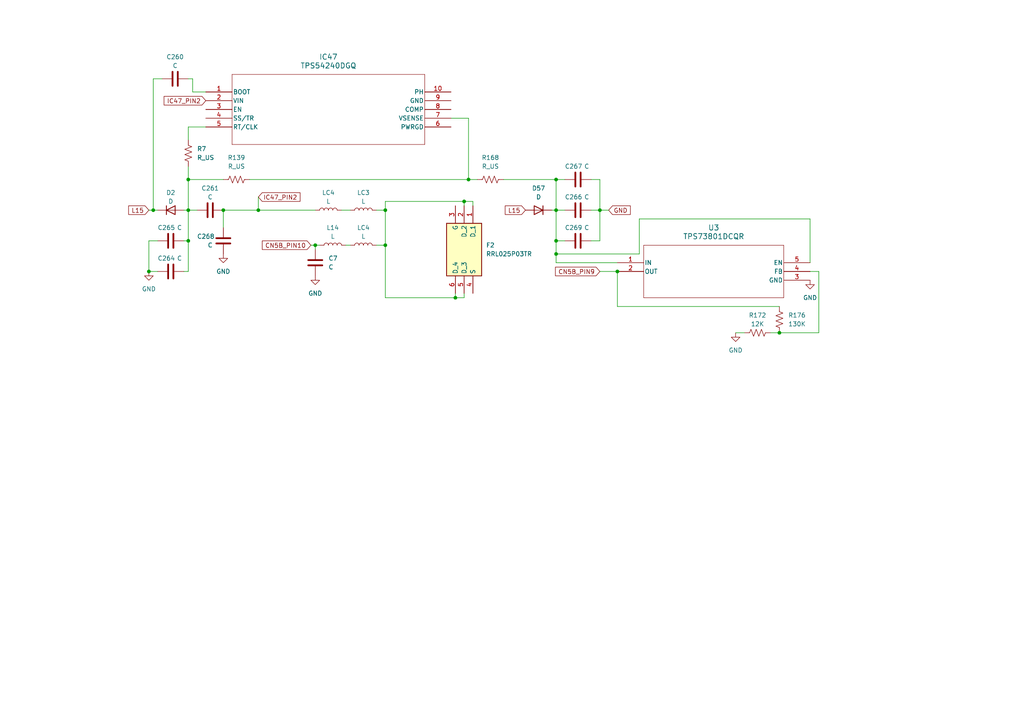
<source format=kicad_sch>
(kicad_sch (version 20230121) (generator eeschema)
  (paper "A4")
  (title_block (title "Power Supply"))
  (lib_symbols
    (symbol "Device:C" (pin_numbers hide) (pin_names (offset 0.254))
      (property "Reference" "C" (at 0.635 2.54 0))
      (property "Value" "C" (at 0.635 -2.54 0))
      (symbol "C_0_1"
        (polyline (pts (xy -2.032 -0.762) (xy 2.032 -0.762)) (stroke (width 0.508)))
        (polyline (pts (xy -2.032 0.762) (xy 2.032 0.762)) (stroke (width 0.508)))
      )
      (symbol "C_1_1"
        (pin passive line (at 0 3.81 270) (length 2.794) (name "~") (number "1"))
        (pin passive line (at 0 -3.81 90) (length 2.794) (name "~") (number "2"))
      )
    )
    (symbol "Device:D" (pin_numbers hide) (pin_names (offset 1.016) hide)
      (property "Reference" "D" (at 0 2.54 0))
      (property "Value" "D" (at 0 -2.54 0))
      (symbol "D_0_1"
        (polyline (pts (xy -1.27 1.27) (xy -1.27 -1.27)) (stroke (width 0.254)))
        (polyline (pts (xy 1.27 0) (xy -1.27 0)))
        (polyline (pts (xy 1.27 1.27) (xy 1.27 -1.27) (xy -1.27 0) (xy 1.27 1.27)) (stroke (width 0.254)))
      )
      (symbol "D_1_1"
        (pin passive line (at -3.81 0 0) (length 2.54) (name "K") (number "1"))
        (pin passive line (at 3.81 0 180) (length 2.54) (name "A") (number "2"))
      )
    )
    (symbol "Device:L" (pin_numbers hide) (pin_names (offset 1.016) hide)
      (property "Reference" "L" (at -1.27 0 90))
      (property "Value" "L" (at 1.905 0 90))
      (symbol "L_0_1"
        (arc (start 0 -2.54) (mid 0.6323 -1.905) (end 0 -1.27))
        (arc (start 0 -1.27) (mid 0.6323 -0.635) (end 0 0))
        (arc (start 0 0) (mid 0.6323 0.635) (end 0 1.27))
        (arc (start 0 1.27) (mid 0.6323 1.905) (end 0 2.54))
      )
      (symbol "L_1_1"
        (pin passive line (at 0 3.81 270) (length 1.27) (name "1") (number "1"))
        (pin passive line (at 0 -3.81 90) (length 1.27) (name "2") (number "2"))
      )
    )
    (symbol "Device:R_US" (pin_numbers hide) (pin_names (offset 0))
      (property "Reference" "R" (at 2.54 0 90))
      (property "Value" "R_US" (at -2.54 0 90))
      (symbol "R_US_0_1"
        (polyline (pts (xy 0 -2.286) (xy 0 -2.54)))
        (polyline (pts (xy 0 2.286) (xy 0 2.54)))
        (polyline (pts (xy 0 -0.762) (xy 1.016 -1.143) (xy 0 -1.524) (xy -1.016 -1.905) (xy 0 -2.286)))
        (polyline (pts (xy 0 0.762) (xy 1.016 0.381) (xy 0 0) (xy -1.016 -0.381) (xy 0 -0.762)))
        (polyline (pts (xy 0 2.286) (xy 1.016 1.905) (xy 0 1.524) (xy -1.016 1.143) (xy 0 0.762)))
      )
      (symbol "R_US_1_1"
        (pin passive line (at 0 3.81 270) (length 1.27) (name "~") (number "1"))
        (pin passive line (at 0 -3.81 90) (length 1.27) (name "~") (number "2"))
      )
    )
    (symbol "korg_ms20_mini:RRL025P03TR"
      (property "Reference" "Q" (at 21.59 7.62 0))
      (property "Value" "RRL025P03TR" (at 21.59 5.08 0))
      (symbol "RRL025P03TR_1_1"
        (rectangle (start 5.08 2.54) (end 20.32 -7.62) (stroke (width 0.254)) (fill (type background)))
        (pin passive line (at 0 0 0) (length 5.08) (name "D_1") (number "1"))
        (pin passive line (at 0 -2.54 0) (length 5.08) (name "D_2") (number "2"))
        (pin passive line (at 0 -5.08 0) (length 5.08) (name "G") (number "3"))
        (pin passive line (at 25.4 0 180) (length 5.08) (name "S") (number "4"))
        (pin passive line (at 25.4 -2.54 180) (length 5.08) (name "D_3") (number "5"))
        (pin passive line (at 25.4 -5.08 180) (length 5.08) (name "D_4") (number "6"))
      )
    )
    (symbol "korg_ms20_mini:TPS54240DGQ" (pin_names (offset 0.254))
      (property "Reference" "U" (at 35.56 10.16 0))
      (property "Value" "TPS54240DGQ" (at 35.56 7.62 0))
      (symbol "TPS54240DGQ_0_1"
        (polyline (pts (xy 7.62 -15.24) (xy 63.5 -15.24)) (stroke (width 0.127)))
        (polyline (pts (xy 7.62 5.08) (xy 7.62 -15.24)) (stroke (width 0.127)))
        (polyline (pts (xy 63.5 -15.24) (xy 63.5 5.08)) (stroke (width 0.127)))
        (polyline (pts (xy 63.5 5.08) (xy 7.62 5.08)) (stroke (width 0.127)))
        (pin output line (at 0 0 0) (length 7.62) (name "BOOT") (number "1"))
        (pin input line (at 71.12 0 180) (length 7.62) (name "PH") (number "10"))
        (pin input line (at 0 -2.54 0) (length 7.62) (name "VIN") (number "2"))
        (pin input line (at 0 -5.08 0) (length 7.62) (name "EN") (number "3"))
        (pin input line (at 0 -7.62 0) (length 7.62) (name "SS/TR") (number "4"))
        (pin input line (at 0 -10.16 0) (length 7.62) (name "RT/CLK") (number "5"))
        (pin output line (at 71.12 -10.16 180) (length 7.62) (name "PWRGD") (number "6"))
        (pin input line (at 71.12 -7.62 180) (length 7.62) (name "VSENSE") (number "7"))
        (pin output line (at 71.12 -5.08 180) (length 7.62) (name "COMP") (number "8"))
        (pin power_in line (at 71.12 -2.54 180) (length 7.62) (name "GND") (number "9"))
      )
    )
    (symbol "korg_ms20_mini:TPS73801DCQR" (pin_names (offset 0.254))
      (property "Reference" "U" (at 27.94 10.16 0))
      (property "Value" "TPS73801DCQR" (at 27.94 7.62 0))
      (symbol "TPS73801DCQR_0_1"
        (polyline (pts (xy 7.62 -10.16) (xy 48.26 -10.16)) (stroke (width 0.127)))
        (polyline (pts (xy 7.62 5.08) (xy 7.62 -10.16)) (stroke (width 0.127)))
        (polyline (pts (xy 48.26 -10.16) (xy 48.26 5.08)) (stroke (width 0.127)))
        (polyline (pts (xy 48.26 5.08) (xy 7.62 5.08)) (stroke (width 0.127)))
        (pin input line (at 0 0 0) (length 7.62) (name "IN") (number "1"))
        (pin output line (at 0 -2.54 0) (length 7.62) (name "OUT") (number "2"))
        (pin power_in line (at 55.88 -5.08 180) (length 7.62) (name "GND") (number "3"))
        (pin unspecified line (at 55.88 -2.54 180) (length 7.62) (name "FB") (number "4"))
        (pin unspecified line (at 55.88 0 180) (length 7.62) (name "EN") (number "5"))
      )
    )
    (symbol "power:GND" (power) (pin_names (offset 0))
      (property "Value" "GND" (at 0 -3.81 0))
      (symbol "GND_0_1"
        (polyline (pts (xy 0 0) (xy 0 -1.27) (xy 1.27 -1.27) (xy 0 -2.54) (xy -1.27 -1.27) (xy 0 -1.27)))
      )
      (symbol "GND_1_1"
        (pin power_in line (at 0 0 270) (length 0) hide (name "GND") (number "1"))
      )
    )
  )
  (junction (at 226.06 96.52))
  (junction (at 91.44 71.12))
  (junction (at 54.61 60.96))
  (junction (at 43.18 78.74))
  (junction (at 54.61 52.07))
  (junction (at 161.29 60.96))
  (junction (at 161.29 52.07))
  (junction (at 74.93 60.96))
  (junction (at 111.76 60.96))
  (junction (at 64.77 60.96))
  (junction (at 54.61 69.85))
  (junction (at 132.08 86.36))
  (junction (at 134.62 58.42))
  (junction (at 44.45 60.96))
  (junction (at 173.99 60.96))
  (junction (at 161.29 69.85))
  (junction (at 161.29 73.66))
  (junction (at 111.76 71.12))
  (junction (at 135.89 52.07))
  (junction (at 179.07 78.74))
  (wire (pts (xy 111.76 71.12) (xy 111.76 86.36)))
  (wire (pts (xy 237.49 78.74) (xy 234.95 78.74)))
  (wire (pts (xy 185.42 63.5) (xy 185.42 73.66)))
  (wire (pts (xy 55.88 26.67) (xy 59.69 26.67)))
  (wire (pts (xy 137.16 58.42) (xy 137.16 59.69)))
  (wire (pts (xy 54.61 36.83) (xy 59.69 36.83)))
  (wire (pts (xy 54.61 78.74) (xy 53.34 78.74)))
  (wire (pts (xy 161.29 76.2) (xy 179.07 76.2)))
  (wire (pts (xy 111.76 60.96) (xy 111.76 58.42)))
  (wire (pts (xy 54.61 48.26) (xy 54.61 52.07)))
  (wire (pts (xy 173.99 60.96) (xy 176.53 60.96)))
  (wire (pts (xy 54.61 60.96) (xy 54.61 69.85)))
  (wire (pts (xy 109.22 60.96) (xy 111.76 60.96)))
  (wire (pts (xy 54.61 40.64) (xy 54.61 36.83)))
  (wire (pts (xy 132.08 85.09) (xy 132.08 86.36)))
  (wire (pts (xy 161.29 69.85) (xy 161.29 73.66)))
  (wire (pts (xy 173.99 60.96) (xy 171.45 60.96)))
  (wire (pts (xy 111.76 86.36) (xy 132.08 86.36)))
  (wire (pts (xy 100.33 71.12) (xy 101.6 71.12)))
  (wire (pts (xy 91.44 71.12) (xy 92.71 71.12)))
  (wire (pts (xy 161.29 60.96) (xy 161.29 52.07)))
  (wire (pts (xy 161.29 73.66) (xy 161.29 76.2)))
  (wire (pts (xy 55.88 22.86) (xy 55.88 26.67)))
  (wire (pts (xy 161.29 52.07) (xy 163.83 52.07)))
  (wire (pts (xy 72.39 52.07) (xy 135.89 52.07)))
  (wire (pts (xy 54.61 52.07) (xy 54.61 60.96)))
  (wire (pts (xy 44.45 22.86) (xy 44.45 60.96)))
  (wire (pts (xy 173.99 52.07) (xy 173.99 60.96)))
  (wire (pts (xy 135.89 34.29) (xy 130.81 34.29)))
  (wire (pts (xy 134.62 86.36) (xy 134.62 85.09)))
  (wire (pts (xy 173.99 78.74) (xy 179.07 78.74)))
  (wire (pts (xy 160.02 60.96) (xy 161.29 60.96)))
  (wire (pts (xy 64.77 60.96) (xy 74.93 60.96)))
  (wire (pts (xy 171.45 69.85) (xy 173.99 69.85)))
  (wire (pts (xy 161.29 60.96) (xy 163.83 60.96)))
  (wire (pts (xy 99.06 60.96) (xy 101.6 60.96)))
  (wire (pts (xy 54.61 52.07) (xy 64.77 52.07)))
  (wire (pts (xy 91.44 71.12) (xy 91.44 72.39)))
  (wire (pts (xy 134.62 58.42) (xy 134.62 59.69)))
  (wire (pts (xy 226.06 96.52) (xy 237.49 96.52)))
  (wire (pts (xy 173.99 60.96) (xy 173.99 69.85)))
  (wire (pts (xy 54.61 69.85) (xy 54.61 78.74)))
  (wire (pts (xy 237.49 78.74) (xy 237.49 96.52)))
  (wire (pts (xy 111.76 58.42) (xy 134.62 58.42)))
  (wire (pts (xy 111.76 60.96) (xy 111.76 71.12)))
  (wire (pts (xy 146.05 52.07) (xy 161.29 52.07)))
  (wire (pts (xy 53.34 69.85) (xy 54.61 69.85)))
  (wire (pts (xy 44.45 60.96) (xy 45.72 60.96)))
  (wire (pts (xy 54.61 60.96) (xy 53.34 60.96)))
  (wire (pts (xy 132.08 86.36) (xy 134.62 86.36)))
  (wire (pts (xy 234.95 63.5) (xy 185.42 63.5)))
  (wire (pts (xy 74.93 60.96) (xy 91.44 60.96)))
  (wire (pts (xy 135.89 52.07) (xy 135.89 34.29)))
  (wire (pts (xy 43.18 78.74) (xy 45.72 78.74)))
  (wire (pts (xy 185.42 73.66) (xy 161.29 73.66)))
  (wire (pts (xy 135.89 52.07) (xy 138.43 52.07)))
  (wire (pts (xy 213.36 96.52) (xy 215.9 96.52)))
  (wire (pts (xy 134.62 58.42) (xy 137.16 58.42)))
  (wire (pts (xy 161.29 69.85) (xy 163.83 69.85)))
  (wire (pts (xy 179.07 78.74) (xy 179.07 88.9)))
  (wire (pts (xy 161.29 60.96) (xy 161.29 69.85)))
  (wire (pts (xy 74.93 57.15) (xy 74.93 60.96)))
  (wire (pts (xy 54.61 60.96) (xy 57.15 60.96)))
  (wire (pts (xy 45.72 69.85) (xy 43.18 69.85)))
  (wire (pts (xy 46.99 22.86) (xy 44.45 22.86)))
  (wire (pts (xy 43.18 60.96) (xy 44.45 60.96)))
  (wire (pts (xy 173.99 52.07) (xy 171.45 52.07)))
  (wire (pts (xy 64.77 60.96) (xy 64.77 66.04)))
  (wire (pts (xy 234.95 63.5) (xy 234.95 76.2)))
  (wire (pts (xy 179.07 88.9) (xy 226.06 88.9)))
  (wire (pts (xy 43.18 69.85) (xy 43.18 78.74)))
  (wire (pts (xy 54.61 22.86) (xy 55.88 22.86)))
  (wire (pts (xy 109.22 71.12) (xy 111.76 71.12)))
  (wire (pts (xy 223.52 96.52) (xy 226.06 96.52)))
  (wire (pts (xy 90.17 71.12) (xy 91.44 71.12)))
  (global_label "IC47_PIN2" (shape input) (at 59.69 29.21 180) (property "Intersheetrefs" "${INTERSHEET_REFS}" (effects hide)))
  (global_label "IC47_PIN2" (shape input) (at 74.93 57.15 0) (property "Intersheetrefs" "${INTERSHEET_REFS}" (effects hide)))
  (global_label "L15" (shape input) (at 43.18 60.96 180) (property "Intersheetrefs" "${INTERSHEET_REFS}" (effects hide)))
  (global_label "CN5B_PIN9" (shape input) (at 173.99 78.74 180) (property "Intersheetrefs" "${INTERSHEET_REFS}" (effects hide)))
  (global_label "CN5B_PIN10" (shape input) (at 90.17 71.12 180) (property "Intersheetrefs" "${INTERSHEET_REFS}" (effects hide)))
  (global_label "GND" (shape input) (at 176.53 60.96 0) (property "Intersheetrefs" "${INTERSHEET_REFS}" (effects hide)))
  (global_label "L15" (shape input) (at 152.4 60.96 180) (property "Intersheetrefs" "${INTERSHEET_REFS}" (effects hide)))
  (symbol (lib_id "Device:C") (at 49.53 78.74 90) (unit 1)
    (property "Reference" "C264" (at 48.26 74.93 90))
    (property "Value" "C" (at 52.07 74.93 90))
    (instances (project "power_midi_board" (path "" (reference "C264") (unit 1)) (path "" (reference "C265") (unit 1))))
  )
  (symbol (lib_id "Device:R_US") (at 226.06 92.71 0) (unit 1)
    (property "Reference" "R176" (at 228.6 91.44 0) (effects (justify left)))
    (property "Value" "130K" (at 228.6 93.98 0) (effects (justify left)))
  )
  (symbol (lib_id "korg_ms20_mini:TPS73801DCQR") (at 179.07 76.2 0) (unit 1)
    (property "Reference" "U3" (at 207.01 66.04 0) (effects (font (size 1.524 1.524))))
    (property "Value" "TPS73801DCQR" (at 207.01 68.58 0) (effects (font (size 1.524 1.524))))
    (property "Footprint" "DCQ6" (effects hide))
    (property "Datasheet" "TPS73801DCQR" (effects hide))
    (instances (project "power_midi_board" (path "" (reference "U3") (unit 1)) (path "" (reference "IC49") (unit 1))))
  )
  (symbol (lib_id "Device:C") (at 64.77 69.85 180) (unit 1)
    (property "Reference" "C268" (at 59.69 68.58 0))
    (property "Value" "C" (at 60.96 71.12 0))
  )
  (symbol (lib_id "Device:L") (at 95.25 60.96 90) (unit 1)
    (property "Reference" "LC4" (at 95.25 55.88 90))
    (property "Value" "L" (at 95.25 58.42 90))
  )
  (symbol (lib_id "Device:C") (at 49.53 69.85 90) (unit 1)
    (property "Reference" "C265" (at 48.26 66.04 90))
    (property "Value" "C" (at 52.07 66.04 90))
    (instances (project "power_midi_board" (path "" (reference "C265") (unit 1)) (path "" (reference "C264") (unit 1))))
  )
  (symbol (lib_id "Device:R_US") (at 68.58 52.07 90) (unit 1)
    (property "Reference" "R139" (at 68.58 45.72 90))
    (property "Value" "R_US" (at 68.58 48.26 90))
  )
  (symbol (lib_id "Device:R_US") (at 142.24 52.07 90) (unit 1)
    (property "Reference" "R168" (at 142.24 45.72 90))
    (property "Value" "R_US" (at 142.24 48.26 90))
  )
  (symbol (lib_id "Device:L") (at 105.41 71.12 90) (unit 1)
    (property "Reference" "LC4" (at 105.41 66.04 90))
    (property "Value" "L" (at 105.41 68.58 90))
    (instances (project "power_midi_board" (path "" (reference "LC4") (unit 1)) (path "" (reference "LC1") (unit 1))))
  )
  (symbol (lib_id "Device:R_US") (at 54.61 44.45 0) (unit 1)
    (property "Reference" "R7" (at 57.15 43.18 0) (effects (justify left)))
    (property "Value" "R_US" (at 57.15 45.72 0) (effects (justify left)))
  )
  (symbol (lib_id "Device:R_US") (at 219.71 96.52 90) (unit 1)
    (property "Reference" "R172" (at 219.71 91.44 90))
    (property "Value" "12K" (at 219.71 93.98 90))
  )
  (symbol (lib_id "power:GND") (at 91.44 80.01 0) (unit 1)
    (property "Reference" "#PWR021" (effects hide))
    (property "Value" "GND" (at 91.44 85.09 0))
  )
  (symbol (lib_id "Device:D") (at 49.53 60.96 0) (unit 1)
    (property "Reference" "D2" (at 49.53 55.88 0))
    (property "Value" "D" (at 49.53 58.42 0))
    (property "Sim.Device" "D" (effects hide))
    (property "Sim.Pins" "1=K 2=A" (effects hide))
    (instances (project "power_midi_board" (path "" (reference "D2") (unit 1)) (path "" (reference "D58") (unit 1))))
  )
  (symbol (lib_id "Device:C") (at 50.8 22.86 90) (unit 1)
    (property "Reference" "C260" (at 50.8 16.51 90))
    (property "Value" "C" (at 50.8 19.05 90))
  )
  (symbol (lib_id "korg_ms20_mini:TPS54240DGQ") (at 59.69 26.67 0) (unit 1)
    (property "Reference" "IC47" (at 95.25 16.51 0) (effects (font (size 1.524 1.524))))
    (property "Value" "TPS54240DGQ" (at 95.25 19.05 0) (effects (font (size 1.524 1.524))))
    (property "Footprint" "DGQ10_1P88X1P57" (effects hide))
    (property "Datasheet" "TPS54240DGQ" (effects hide))
  )
  (symbol (lib_id "Device:D") (at 156.21 60.96 180) (unit 1)
    (property "Reference" "D57" (at 156.21 54.61 0))
    (property "Value" "D" (at 156.21 57.15 0))
    (property "Sim.Device" "D" (effects hide))
    (property "Sim.Pins" "1=K 2=A" (effects hide))
  )
  (symbol (lib_id "Device:C") (at 91.44 76.2 0) (unit 1)
    (property "Reference" "C7" (at 95.25 74.93 0) (effects (justify left)))
    (property "Value" "C" (at 95.25 77.47 0) (effects (justify left)))
  )
  (symbol (lib_id "power:GND") (at 234.95 81.28 0) (unit 1)
    (property "Reference" "#PWR019" (effects hide))
    (property "Value" "GND" (at 234.95 86.36 0))
  )
  (symbol (lib_id "power:GND") (at 43.18 78.74 0) (unit 1)
    (property "Reference" "#PWR013" (effects hide))
    (property "Value" "GND" (at 43.18 83.82 0))
  )
  (symbol (lib_id "Device:C") (at 167.64 60.96 90) (unit 1)
    (property "Reference" "C266" (at 166.37 57.15 90))
    (property "Value" "C" (at 170.18 57.15 90))
  )
  (symbol (lib_id "power:GND") (at 213.36 96.52 0) (unit 1)
    (property "Reference" "#PWR020" (effects hide))
    (property "Value" "GND" (at 213.36 101.6 0))
  )
  (symbol (lib_id "Device:C") (at 167.64 52.07 90) (unit 1)
    (property "Reference" "C267" (at 166.37 48.26 90))
    (property "Value" "C" (at 170.18 48.26 90))
  )
  (symbol (lib_id "Device:L") (at 105.41 60.96 90) (unit 1)
    (property "Reference" "LC3" (at 105.41 55.88 90))
    (property "Value" "L" (at 105.41 58.42 90))
  )
  (symbol (lib_id "Device:C") (at 60.96 60.96 90) (unit 1)
    (property "Reference" "C261" (at 60.96 54.61 90))
    (property "Value" "C" (at 60.96 57.15 90))
  )
  (symbol (lib_id "korg_ms20_mini:RRL025P03TR") (at 137.16 59.69 270) (unit 1)
    (property "Reference" "F2" (at 140.97 71.12 90) (effects (justify left)))
    (property "Value" "RRL025P03TR" (at 140.97 73.66 90) (effects (justify left)))
    (property "Footprint" "SOTFL65P210X85-6N" (effects hide))
    (property "Datasheet" "https://mm.digikey.com/Volume0/opasdata/d220001/medias/docus/641/RRL025P03.pdf" (effects hide))
    (property "Height" "0.85" (effects hide))
    (property "Manufacturer_Name" "ROHM Semiconductor" (effects hide))
    (property "Manufacturer_Part_Number" "RRL025P03TR" (effects hide))
    (property "Mouser Part Number" "755-RRL025P03TR" (effects hide))
    (property "Mouser Price/Stock" "https://www.mouser.co.uk/ProductDetail/ROHM-Semiconductor/RRL025P03TR?qs=IJ4m%2FCjbxWc%2FN1YoG74zww%3D%3D" (effects hide))
  )
  (symbol (lib_id "Device:C") (at 167.64 69.85 90) (unit 1)
    (property "Reference" "C269" (at 166.37 66.04 90))
    (property "Value" "C" (at 170.18 66.04 90))
  )
  (symbol (lib_id "power:GND") (at 64.77 73.66 0) (unit 1)
    (property "Reference" "#PWR014" (effects hide))
    (property "Value" "GND" (at 64.77 78.74 0))
  )
  (symbol (lib_id "Device:L") (at 96.52 71.12 90) (unit 1)
    (property "Reference" "L14" (at 96.52 66.04 90))
    (property "Value" "L" (at 96.52 68.58 90))
  )
)
</source>
